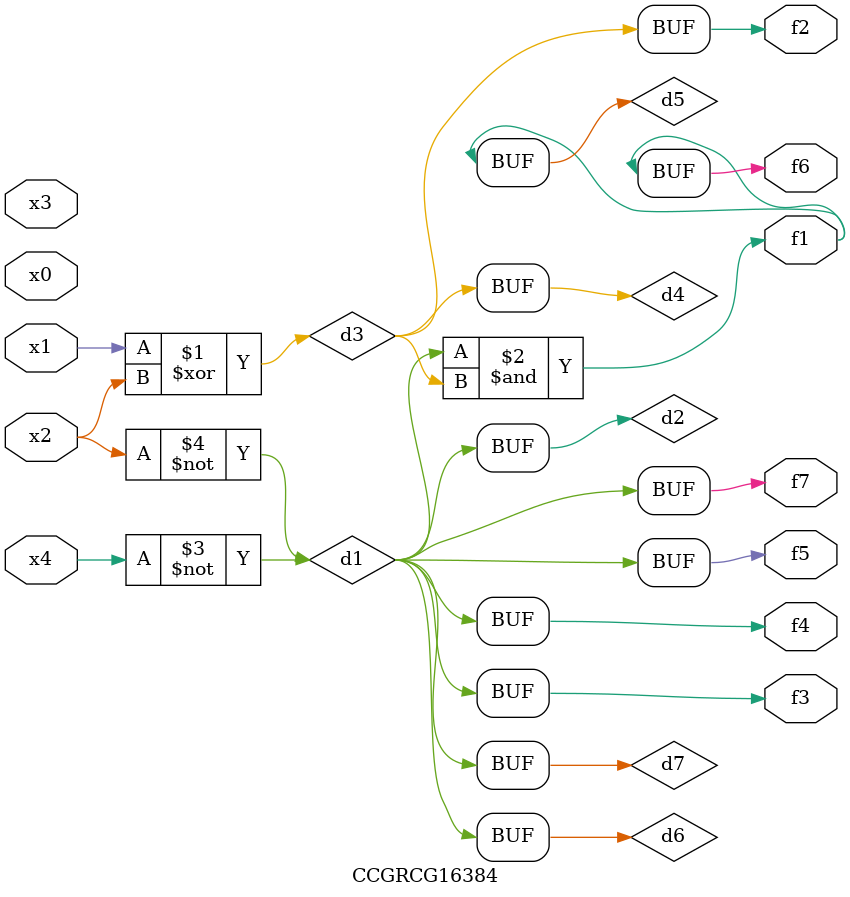
<source format=v>
module CCGRCG16384(
	input x0, x1, x2, x3, x4,
	output f1, f2, f3, f4, f5, f6, f7
);

	wire d1, d2, d3, d4, d5, d6, d7;

	not (d1, x4);
	not (d2, x2);
	xor (d3, x1, x2);
	buf (d4, d3);
	and (d5, d1, d3);
	buf (d6, d1, d2);
	buf (d7, d2);
	assign f1 = d5;
	assign f2 = d4;
	assign f3 = d7;
	assign f4 = d7;
	assign f5 = d7;
	assign f6 = d5;
	assign f7 = d7;
endmodule

</source>
